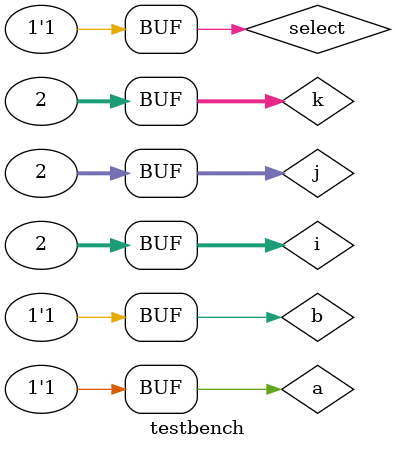
<source format=v>
`timescale 1ns / 1ps


module testbench;
    
    reg a, b, select;
    wire out;
    
    integer i, j, k;
    
    conditional uut(
        .a(a),
        .b(b),
        .select(select),
        .out(out)
        );
    
    initial begin
        
        for (i = 0; i <=1 ; i = i + 1) begin
            for (j = 0; j <=1 ; j = j + 1) begin
                for (k = 0; k <=1 ; k = k + 1) begin
                    a = i; b = j; select = k;
                    #100; 
                end
            end
        end
        
    end

endmodule

</source>
